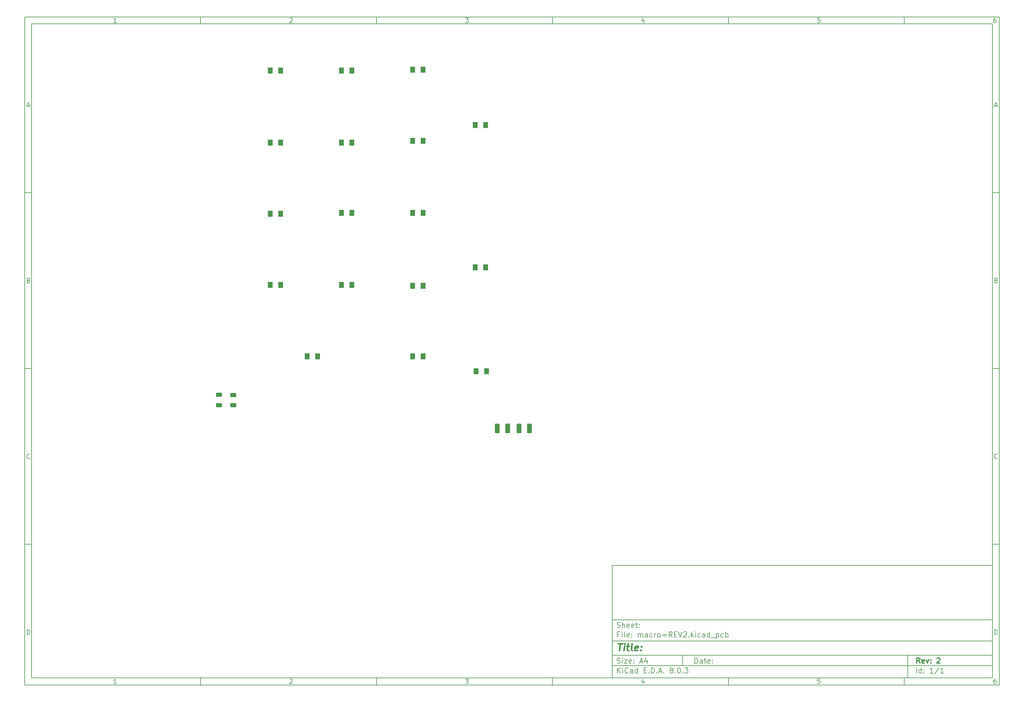
<source format=gbr>
%TF.GenerationSoftware,KiCad,Pcbnew,8.0.3*%
%TF.CreationDate,2024-06-20T00:33:24+02:00*%
%TF.ProjectId,macro=REV2,6d616372-6f3d-4524-9556-322e6b696361,2*%
%TF.SameCoordinates,Original*%
%TF.FileFunction,Paste,Top*%
%TF.FilePolarity,Positive*%
%FSLAX46Y46*%
G04 Gerber Fmt 4.6, Leading zero omitted, Abs format (unit mm)*
G04 Created by KiCad (PCBNEW 8.0.3) date 2024-06-20 00:33:24*
%MOMM*%
%LPD*%
G01*
G04 APERTURE LIST*
G04 Aperture macros list*
%AMRoundRect*
0 Rectangle with rounded corners*
0 $1 Rounding radius*
0 $2 $3 $4 $5 $6 $7 $8 $9 X,Y pos of 4 corners*
0 Add a 4 corners polygon primitive as box body*
4,1,4,$2,$3,$4,$5,$6,$7,$8,$9,$2,$3,0*
0 Add four circle primitives for the rounded corners*
1,1,$1+$1,$2,$3*
1,1,$1+$1,$4,$5*
1,1,$1+$1,$6,$7*
1,1,$1+$1,$8,$9*
0 Add four rect primitives between the rounded corners*
20,1,$1+$1,$2,$3,$4,$5,0*
20,1,$1+$1,$4,$5,$6,$7,0*
20,1,$1+$1,$6,$7,$8,$9,0*
20,1,$1+$1,$8,$9,$2,$3,0*%
G04 Aperture macros list end*
%ADD10C,0.100000*%
%ADD11C,0.150000*%
%ADD12C,0.300000*%
%ADD13C,0.400000*%
%ADD14RoundRect,0.250001X0.462499X0.624999X-0.462499X0.624999X-0.462499X-0.624999X0.462499X-0.624999X0*%
%ADD15RoundRect,0.250000X0.625000X-0.312500X0.625000X0.312500X-0.625000X0.312500X-0.625000X-0.312500X0*%
%ADD16RoundRect,0.250001X0.462499X1.074999X-0.462499X1.074999X-0.462499X-1.074999X0.462499X-1.074999X0*%
G04 APERTURE END LIST*
D10*
D11*
X177002200Y-166007200D02*
X285002200Y-166007200D01*
X285002200Y-198007200D01*
X177002200Y-198007200D01*
X177002200Y-166007200D01*
D10*
D11*
X10000000Y-10000000D02*
X287002200Y-10000000D01*
X287002200Y-200007200D01*
X10000000Y-200007200D01*
X10000000Y-10000000D01*
D10*
D11*
X12000000Y-12000000D02*
X285002200Y-12000000D01*
X285002200Y-198007200D01*
X12000000Y-198007200D01*
X12000000Y-12000000D01*
D10*
D11*
X60000000Y-12000000D02*
X60000000Y-10000000D01*
D10*
D11*
X110000000Y-12000000D02*
X110000000Y-10000000D01*
D10*
D11*
X160000000Y-12000000D02*
X160000000Y-10000000D01*
D10*
D11*
X210000000Y-12000000D02*
X210000000Y-10000000D01*
D10*
D11*
X260000000Y-12000000D02*
X260000000Y-10000000D01*
D10*
D11*
X36089160Y-11593604D02*
X35346303Y-11593604D01*
X35717731Y-11593604D02*
X35717731Y-10293604D01*
X35717731Y-10293604D02*
X35593922Y-10479319D01*
X35593922Y-10479319D02*
X35470112Y-10603128D01*
X35470112Y-10603128D02*
X35346303Y-10665033D01*
D10*
D11*
X85346303Y-10417414D02*
X85408207Y-10355509D01*
X85408207Y-10355509D02*
X85532017Y-10293604D01*
X85532017Y-10293604D02*
X85841541Y-10293604D01*
X85841541Y-10293604D02*
X85965350Y-10355509D01*
X85965350Y-10355509D02*
X86027255Y-10417414D01*
X86027255Y-10417414D02*
X86089160Y-10541223D01*
X86089160Y-10541223D02*
X86089160Y-10665033D01*
X86089160Y-10665033D02*
X86027255Y-10850747D01*
X86027255Y-10850747D02*
X85284398Y-11593604D01*
X85284398Y-11593604D02*
X86089160Y-11593604D01*
D10*
D11*
X135284398Y-10293604D02*
X136089160Y-10293604D01*
X136089160Y-10293604D02*
X135655826Y-10788842D01*
X135655826Y-10788842D02*
X135841541Y-10788842D01*
X135841541Y-10788842D02*
X135965350Y-10850747D01*
X135965350Y-10850747D02*
X136027255Y-10912652D01*
X136027255Y-10912652D02*
X136089160Y-11036461D01*
X136089160Y-11036461D02*
X136089160Y-11345985D01*
X136089160Y-11345985D02*
X136027255Y-11469795D01*
X136027255Y-11469795D02*
X135965350Y-11531700D01*
X135965350Y-11531700D02*
X135841541Y-11593604D01*
X135841541Y-11593604D02*
X135470112Y-11593604D01*
X135470112Y-11593604D02*
X135346303Y-11531700D01*
X135346303Y-11531700D02*
X135284398Y-11469795D01*
D10*
D11*
X185965350Y-10726938D02*
X185965350Y-11593604D01*
X185655826Y-10231700D02*
X185346303Y-11160271D01*
X185346303Y-11160271D02*
X186151064Y-11160271D01*
D10*
D11*
X236027255Y-10293604D02*
X235408207Y-10293604D01*
X235408207Y-10293604D02*
X235346303Y-10912652D01*
X235346303Y-10912652D02*
X235408207Y-10850747D01*
X235408207Y-10850747D02*
X235532017Y-10788842D01*
X235532017Y-10788842D02*
X235841541Y-10788842D01*
X235841541Y-10788842D02*
X235965350Y-10850747D01*
X235965350Y-10850747D02*
X236027255Y-10912652D01*
X236027255Y-10912652D02*
X236089160Y-11036461D01*
X236089160Y-11036461D02*
X236089160Y-11345985D01*
X236089160Y-11345985D02*
X236027255Y-11469795D01*
X236027255Y-11469795D02*
X235965350Y-11531700D01*
X235965350Y-11531700D02*
X235841541Y-11593604D01*
X235841541Y-11593604D02*
X235532017Y-11593604D01*
X235532017Y-11593604D02*
X235408207Y-11531700D01*
X235408207Y-11531700D02*
X235346303Y-11469795D01*
D10*
D11*
X285965350Y-10293604D02*
X285717731Y-10293604D01*
X285717731Y-10293604D02*
X285593922Y-10355509D01*
X285593922Y-10355509D02*
X285532017Y-10417414D01*
X285532017Y-10417414D02*
X285408207Y-10603128D01*
X285408207Y-10603128D02*
X285346303Y-10850747D01*
X285346303Y-10850747D02*
X285346303Y-11345985D01*
X285346303Y-11345985D02*
X285408207Y-11469795D01*
X285408207Y-11469795D02*
X285470112Y-11531700D01*
X285470112Y-11531700D02*
X285593922Y-11593604D01*
X285593922Y-11593604D02*
X285841541Y-11593604D01*
X285841541Y-11593604D02*
X285965350Y-11531700D01*
X285965350Y-11531700D02*
X286027255Y-11469795D01*
X286027255Y-11469795D02*
X286089160Y-11345985D01*
X286089160Y-11345985D02*
X286089160Y-11036461D01*
X286089160Y-11036461D02*
X286027255Y-10912652D01*
X286027255Y-10912652D02*
X285965350Y-10850747D01*
X285965350Y-10850747D02*
X285841541Y-10788842D01*
X285841541Y-10788842D02*
X285593922Y-10788842D01*
X285593922Y-10788842D02*
X285470112Y-10850747D01*
X285470112Y-10850747D02*
X285408207Y-10912652D01*
X285408207Y-10912652D02*
X285346303Y-11036461D01*
D10*
D11*
X60000000Y-198007200D02*
X60000000Y-200007200D01*
D10*
D11*
X110000000Y-198007200D02*
X110000000Y-200007200D01*
D10*
D11*
X160000000Y-198007200D02*
X160000000Y-200007200D01*
D10*
D11*
X210000000Y-198007200D02*
X210000000Y-200007200D01*
D10*
D11*
X260000000Y-198007200D02*
X260000000Y-200007200D01*
D10*
D11*
X36089160Y-199600804D02*
X35346303Y-199600804D01*
X35717731Y-199600804D02*
X35717731Y-198300804D01*
X35717731Y-198300804D02*
X35593922Y-198486519D01*
X35593922Y-198486519D02*
X35470112Y-198610328D01*
X35470112Y-198610328D02*
X35346303Y-198672233D01*
D10*
D11*
X85346303Y-198424614D02*
X85408207Y-198362709D01*
X85408207Y-198362709D02*
X85532017Y-198300804D01*
X85532017Y-198300804D02*
X85841541Y-198300804D01*
X85841541Y-198300804D02*
X85965350Y-198362709D01*
X85965350Y-198362709D02*
X86027255Y-198424614D01*
X86027255Y-198424614D02*
X86089160Y-198548423D01*
X86089160Y-198548423D02*
X86089160Y-198672233D01*
X86089160Y-198672233D02*
X86027255Y-198857947D01*
X86027255Y-198857947D02*
X85284398Y-199600804D01*
X85284398Y-199600804D02*
X86089160Y-199600804D01*
D10*
D11*
X135284398Y-198300804D02*
X136089160Y-198300804D01*
X136089160Y-198300804D02*
X135655826Y-198796042D01*
X135655826Y-198796042D02*
X135841541Y-198796042D01*
X135841541Y-198796042D02*
X135965350Y-198857947D01*
X135965350Y-198857947D02*
X136027255Y-198919852D01*
X136027255Y-198919852D02*
X136089160Y-199043661D01*
X136089160Y-199043661D02*
X136089160Y-199353185D01*
X136089160Y-199353185D02*
X136027255Y-199476995D01*
X136027255Y-199476995D02*
X135965350Y-199538900D01*
X135965350Y-199538900D02*
X135841541Y-199600804D01*
X135841541Y-199600804D02*
X135470112Y-199600804D01*
X135470112Y-199600804D02*
X135346303Y-199538900D01*
X135346303Y-199538900D02*
X135284398Y-199476995D01*
D10*
D11*
X185965350Y-198734138D02*
X185965350Y-199600804D01*
X185655826Y-198238900D02*
X185346303Y-199167471D01*
X185346303Y-199167471D02*
X186151064Y-199167471D01*
D10*
D11*
X236027255Y-198300804D02*
X235408207Y-198300804D01*
X235408207Y-198300804D02*
X235346303Y-198919852D01*
X235346303Y-198919852D02*
X235408207Y-198857947D01*
X235408207Y-198857947D02*
X235532017Y-198796042D01*
X235532017Y-198796042D02*
X235841541Y-198796042D01*
X235841541Y-198796042D02*
X235965350Y-198857947D01*
X235965350Y-198857947D02*
X236027255Y-198919852D01*
X236027255Y-198919852D02*
X236089160Y-199043661D01*
X236089160Y-199043661D02*
X236089160Y-199353185D01*
X236089160Y-199353185D02*
X236027255Y-199476995D01*
X236027255Y-199476995D02*
X235965350Y-199538900D01*
X235965350Y-199538900D02*
X235841541Y-199600804D01*
X235841541Y-199600804D02*
X235532017Y-199600804D01*
X235532017Y-199600804D02*
X235408207Y-199538900D01*
X235408207Y-199538900D02*
X235346303Y-199476995D01*
D10*
D11*
X285965350Y-198300804D02*
X285717731Y-198300804D01*
X285717731Y-198300804D02*
X285593922Y-198362709D01*
X285593922Y-198362709D02*
X285532017Y-198424614D01*
X285532017Y-198424614D02*
X285408207Y-198610328D01*
X285408207Y-198610328D02*
X285346303Y-198857947D01*
X285346303Y-198857947D02*
X285346303Y-199353185D01*
X285346303Y-199353185D02*
X285408207Y-199476995D01*
X285408207Y-199476995D02*
X285470112Y-199538900D01*
X285470112Y-199538900D02*
X285593922Y-199600804D01*
X285593922Y-199600804D02*
X285841541Y-199600804D01*
X285841541Y-199600804D02*
X285965350Y-199538900D01*
X285965350Y-199538900D02*
X286027255Y-199476995D01*
X286027255Y-199476995D02*
X286089160Y-199353185D01*
X286089160Y-199353185D02*
X286089160Y-199043661D01*
X286089160Y-199043661D02*
X286027255Y-198919852D01*
X286027255Y-198919852D02*
X285965350Y-198857947D01*
X285965350Y-198857947D02*
X285841541Y-198796042D01*
X285841541Y-198796042D02*
X285593922Y-198796042D01*
X285593922Y-198796042D02*
X285470112Y-198857947D01*
X285470112Y-198857947D02*
X285408207Y-198919852D01*
X285408207Y-198919852D02*
X285346303Y-199043661D01*
D10*
D11*
X10000000Y-60000000D02*
X12000000Y-60000000D01*
D10*
D11*
X10000000Y-110000000D02*
X12000000Y-110000000D01*
D10*
D11*
X10000000Y-160000000D02*
X12000000Y-160000000D01*
D10*
D11*
X10690476Y-35222176D02*
X11309523Y-35222176D01*
X10566666Y-35593604D02*
X10999999Y-34293604D01*
X10999999Y-34293604D02*
X11433333Y-35593604D01*
D10*
D11*
X11092857Y-84912652D02*
X11278571Y-84974557D01*
X11278571Y-84974557D02*
X11340476Y-85036461D01*
X11340476Y-85036461D02*
X11402380Y-85160271D01*
X11402380Y-85160271D02*
X11402380Y-85345985D01*
X11402380Y-85345985D02*
X11340476Y-85469795D01*
X11340476Y-85469795D02*
X11278571Y-85531700D01*
X11278571Y-85531700D02*
X11154761Y-85593604D01*
X11154761Y-85593604D02*
X10659523Y-85593604D01*
X10659523Y-85593604D02*
X10659523Y-84293604D01*
X10659523Y-84293604D02*
X11092857Y-84293604D01*
X11092857Y-84293604D02*
X11216666Y-84355509D01*
X11216666Y-84355509D02*
X11278571Y-84417414D01*
X11278571Y-84417414D02*
X11340476Y-84541223D01*
X11340476Y-84541223D02*
X11340476Y-84665033D01*
X11340476Y-84665033D02*
X11278571Y-84788842D01*
X11278571Y-84788842D02*
X11216666Y-84850747D01*
X11216666Y-84850747D02*
X11092857Y-84912652D01*
X11092857Y-84912652D02*
X10659523Y-84912652D01*
D10*
D11*
X11402380Y-135469795D02*
X11340476Y-135531700D01*
X11340476Y-135531700D02*
X11154761Y-135593604D01*
X11154761Y-135593604D02*
X11030952Y-135593604D01*
X11030952Y-135593604D02*
X10845238Y-135531700D01*
X10845238Y-135531700D02*
X10721428Y-135407890D01*
X10721428Y-135407890D02*
X10659523Y-135284080D01*
X10659523Y-135284080D02*
X10597619Y-135036461D01*
X10597619Y-135036461D02*
X10597619Y-134850747D01*
X10597619Y-134850747D02*
X10659523Y-134603128D01*
X10659523Y-134603128D02*
X10721428Y-134479319D01*
X10721428Y-134479319D02*
X10845238Y-134355509D01*
X10845238Y-134355509D02*
X11030952Y-134293604D01*
X11030952Y-134293604D02*
X11154761Y-134293604D01*
X11154761Y-134293604D02*
X11340476Y-134355509D01*
X11340476Y-134355509D02*
X11402380Y-134417414D01*
D10*
D11*
X10659523Y-185593604D02*
X10659523Y-184293604D01*
X10659523Y-184293604D02*
X10969047Y-184293604D01*
X10969047Y-184293604D02*
X11154761Y-184355509D01*
X11154761Y-184355509D02*
X11278571Y-184479319D01*
X11278571Y-184479319D02*
X11340476Y-184603128D01*
X11340476Y-184603128D02*
X11402380Y-184850747D01*
X11402380Y-184850747D02*
X11402380Y-185036461D01*
X11402380Y-185036461D02*
X11340476Y-185284080D01*
X11340476Y-185284080D02*
X11278571Y-185407890D01*
X11278571Y-185407890D02*
X11154761Y-185531700D01*
X11154761Y-185531700D02*
X10969047Y-185593604D01*
X10969047Y-185593604D02*
X10659523Y-185593604D01*
D10*
D11*
X287002200Y-60000000D02*
X285002200Y-60000000D01*
D10*
D11*
X287002200Y-110000000D02*
X285002200Y-110000000D01*
D10*
D11*
X287002200Y-160000000D02*
X285002200Y-160000000D01*
D10*
D11*
X285692676Y-35222176D02*
X286311723Y-35222176D01*
X285568866Y-35593604D02*
X286002199Y-34293604D01*
X286002199Y-34293604D02*
X286435533Y-35593604D01*
D10*
D11*
X286095057Y-84912652D02*
X286280771Y-84974557D01*
X286280771Y-84974557D02*
X286342676Y-85036461D01*
X286342676Y-85036461D02*
X286404580Y-85160271D01*
X286404580Y-85160271D02*
X286404580Y-85345985D01*
X286404580Y-85345985D02*
X286342676Y-85469795D01*
X286342676Y-85469795D02*
X286280771Y-85531700D01*
X286280771Y-85531700D02*
X286156961Y-85593604D01*
X286156961Y-85593604D02*
X285661723Y-85593604D01*
X285661723Y-85593604D02*
X285661723Y-84293604D01*
X285661723Y-84293604D02*
X286095057Y-84293604D01*
X286095057Y-84293604D02*
X286218866Y-84355509D01*
X286218866Y-84355509D02*
X286280771Y-84417414D01*
X286280771Y-84417414D02*
X286342676Y-84541223D01*
X286342676Y-84541223D02*
X286342676Y-84665033D01*
X286342676Y-84665033D02*
X286280771Y-84788842D01*
X286280771Y-84788842D02*
X286218866Y-84850747D01*
X286218866Y-84850747D02*
X286095057Y-84912652D01*
X286095057Y-84912652D02*
X285661723Y-84912652D01*
D10*
D11*
X286404580Y-135469795D02*
X286342676Y-135531700D01*
X286342676Y-135531700D02*
X286156961Y-135593604D01*
X286156961Y-135593604D02*
X286033152Y-135593604D01*
X286033152Y-135593604D02*
X285847438Y-135531700D01*
X285847438Y-135531700D02*
X285723628Y-135407890D01*
X285723628Y-135407890D02*
X285661723Y-135284080D01*
X285661723Y-135284080D02*
X285599819Y-135036461D01*
X285599819Y-135036461D02*
X285599819Y-134850747D01*
X285599819Y-134850747D02*
X285661723Y-134603128D01*
X285661723Y-134603128D02*
X285723628Y-134479319D01*
X285723628Y-134479319D02*
X285847438Y-134355509D01*
X285847438Y-134355509D02*
X286033152Y-134293604D01*
X286033152Y-134293604D02*
X286156961Y-134293604D01*
X286156961Y-134293604D02*
X286342676Y-134355509D01*
X286342676Y-134355509D02*
X286404580Y-134417414D01*
D10*
D11*
X285661723Y-185593604D02*
X285661723Y-184293604D01*
X285661723Y-184293604D02*
X285971247Y-184293604D01*
X285971247Y-184293604D02*
X286156961Y-184355509D01*
X286156961Y-184355509D02*
X286280771Y-184479319D01*
X286280771Y-184479319D02*
X286342676Y-184603128D01*
X286342676Y-184603128D02*
X286404580Y-184850747D01*
X286404580Y-184850747D02*
X286404580Y-185036461D01*
X286404580Y-185036461D02*
X286342676Y-185284080D01*
X286342676Y-185284080D02*
X286280771Y-185407890D01*
X286280771Y-185407890D02*
X286156961Y-185531700D01*
X286156961Y-185531700D02*
X285971247Y-185593604D01*
X285971247Y-185593604D02*
X285661723Y-185593604D01*
D10*
D11*
X200458026Y-193793328D02*
X200458026Y-192293328D01*
X200458026Y-192293328D02*
X200815169Y-192293328D01*
X200815169Y-192293328D02*
X201029455Y-192364757D01*
X201029455Y-192364757D02*
X201172312Y-192507614D01*
X201172312Y-192507614D02*
X201243741Y-192650471D01*
X201243741Y-192650471D02*
X201315169Y-192936185D01*
X201315169Y-192936185D02*
X201315169Y-193150471D01*
X201315169Y-193150471D02*
X201243741Y-193436185D01*
X201243741Y-193436185D02*
X201172312Y-193579042D01*
X201172312Y-193579042D02*
X201029455Y-193721900D01*
X201029455Y-193721900D02*
X200815169Y-193793328D01*
X200815169Y-193793328D02*
X200458026Y-193793328D01*
X202600884Y-193793328D02*
X202600884Y-193007614D01*
X202600884Y-193007614D02*
X202529455Y-192864757D01*
X202529455Y-192864757D02*
X202386598Y-192793328D01*
X202386598Y-192793328D02*
X202100884Y-192793328D01*
X202100884Y-192793328D02*
X201958026Y-192864757D01*
X202600884Y-193721900D02*
X202458026Y-193793328D01*
X202458026Y-193793328D02*
X202100884Y-193793328D01*
X202100884Y-193793328D02*
X201958026Y-193721900D01*
X201958026Y-193721900D02*
X201886598Y-193579042D01*
X201886598Y-193579042D02*
X201886598Y-193436185D01*
X201886598Y-193436185D02*
X201958026Y-193293328D01*
X201958026Y-193293328D02*
X202100884Y-193221900D01*
X202100884Y-193221900D02*
X202458026Y-193221900D01*
X202458026Y-193221900D02*
X202600884Y-193150471D01*
X203100884Y-192793328D02*
X203672312Y-192793328D01*
X203315169Y-192293328D02*
X203315169Y-193579042D01*
X203315169Y-193579042D02*
X203386598Y-193721900D01*
X203386598Y-193721900D02*
X203529455Y-193793328D01*
X203529455Y-193793328D02*
X203672312Y-193793328D01*
X204743741Y-193721900D02*
X204600884Y-193793328D01*
X204600884Y-193793328D02*
X204315170Y-193793328D01*
X204315170Y-193793328D02*
X204172312Y-193721900D01*
X204172312Y-193721900D02*
X204100884Y-193579042D01*
X204100884Y-193579042D02*
X204100884Y-193007614D01*
X204100884Y-193007614D02*
X204172312Y-192864757D01*
X204172312Y-192864757D02*
X204315170Y-192793328D01*
X204315170Y-192793328D02*
X204600884Y-192793328D01*
X204600884Y-192793328D02*
X204743741Y-192864757D01*
X204743741Y-192864757D02*
X204815170Y-193007614D01*
X204815170Y-193007614D02*
X204815170Y-193150471D01*
X204815170Y-193150471D02*
X204100884Y-193293328D01*
X205458026Y-193650471D02*
X205529455Y-193721900D01*
X205529455Y-193721900D02*
X205458026Y-193793328D01*
X205458026Y-193793328D02*
X205386598Y-193721900D01*
X205386598Y-193721900D02*
X205458026Y-193650471D01*
X205458026Y-193650471D02*
X205458026Y-193793328D01*
X205458026Y-192864757D02*
X205529455Y-192936185D01*
X205529455Y-192936185D02*
X205458026Y-193007614D01*
X205458026Y-193007614D02*
X205386598Y-192936185D01*
X205386598Y-192936185D02*
X205458026Y-192864757D01*
X205458026Y-192864757D02*
X205458026Y-193007614D01*
D10*
D11*
X177002200Y-194507200D02*
X285002200Y-194507200D01*
D10*
D11*
X178458026Y-196593328D02*
X178458026Y-195093328D01*
X179315169Y-196593328D02*
X178672312Y-195736185D01*
X179315169Y-195093328D02*
X178458026Y-195950471D01*
X179958026Y-196593328D02*
X179958026Y-195593328D01*
X179958026Y-195093328D02*
X179886598Y-195164757D01*
X179886598Y-195164757D02*
X179958026Y-195236185D01*
X179958026Y-195236185D02*
X180029455Y-195164757D01*
X180029455Y-195164757D02*
X179958026Y-195093328D01*
X179958026Y-195093328D02*
X179958026Y-195236185D01*
X181529455Y-196450471D02*
X181458027Y-196521900D01*
X181458027Y-196521900D02*
X181243741Y-196593328D01*
X181243741Y-196593328D02*
X181100884Y-196593328D01*
X181100884Y-196593328D02*
X180886598Y-196521900D01*
X180886598Y-196521900D02*
X180743741Y-196379042D01*
X180743741Y-196379042D02*
X180672312Y-196236185D01*
X180672312Y-196236185D02*
X180600884Y-195950471D01*
X180600884Y-195950471D02*
X180600884Y-195736185D01*
X180600884Y-195736185D02*
X180672312Y-195450471D01*
X180672312Y-195450471D02*
X180743741Y-195307614D01*
X180743741Y-195307614D02*
X180886598Y-195164757D01*
X180886598Y-195164757D02*
X181100884Y-195093328D01*
X181100884Y-195093328D02*
X181243741Y-195093328D01*
X181243741Y-195093328D02*
X181458027Y-195164757D01*
X181458027Y-195164757D02*
X181529455Y-195236185D01*
X182815170Y-196593328D02*
X182815170Y-195807614D01*
X182815170Y-195807614D02*
X182743741Y-195664757D01*
X182743741Y-195664757D02*
X182600884Y-195593328D01*
X182600884Y-195593328D02*
X182315170Y-195593328D01*
X182315170Y-195593328D02*
X182172312Y-195664757D01*
X182815170Y-196521900D02*
X182672312Y-196593328D01*
X182672312Y-196593328D02*
X182315170Y-196593328D01*
X182315170Y-196593328D02*
X182172312Y-196521900D01*
X182172312Y-196521900D02*
X182100884Y-196379042D01*
X182100884Y-196379042D02*
X182100884Y-196236185D01*
X182100884Y-196236185D02*
X182172312Y-196093328D01*
X182172312Y-196093328D02*
X182315170Y-196021900D01*
X182315170Y-196021900D02*
X182672312Y-196021900D01*
X182672312Y-196021900D02*
X182815170Y-195950471D01*
X184172313Y-196593328D02*
X184172313Y-195093328D01*
X184172313Y-196521900D02*
X184029455Y-196593328D01*
X184029455Y-196593328D02*
X183743741Y-196593328D01*
X183743741Y-196593328D02*
X183600884Y-196521900D01*
X183600884Y-196521900D02*
X183529455Y-196450471D01*
X183529455Y-196450471D02*
X183458027Y-196307614D01*
X183458027Y-196307614D02*
X183458027Y-195879042D01*
X183458027Y-195879042D02*
X183529455Y-195736185D01*
X183529455Y-195736185D02*
X183600884Y-195664757D01*
X183600884Y-195664757D02*
X183743741Y-195593328D01*
X183743741Y-195593328D02*
X184029455Y-195593328D01*
X184029455Y-195593328D02*
X184172313Y-195664757D01*
X186029455Y-195807614D02*
X186529455Y-195807614D01*
X186743741Y-196593328D02*
X186029455Y-196593328D01*
X186029455Y-196593328D02*
X186029455Y-195093328D01*
X186029455Y-195093328D02*
X186743741Y-195093328D01*
X187386598Y-196450471D02*
X187458027Y-196521900D01*
X187458027Y-196521900D02*
X187386598Y-196593328D01*
X187386598Y-196593328D02*
X187315170Y-196521900D01*
X187315170Y-196521900D02*
X187386598Y-196450471D01*
X187386598Y-196450471D02*
X187386598Y-196593328D01*
X188100884Y-196593328D02*
X188100884Y-195093328D01*
X188100884Y-195093328D02*
X188458027Y-195093328D01*
X188458027Y-195093328D02*
X188672313Y-195164757D01*
X188672313Y-195164757D02*
X188815170Y-195307614D01*
X188815170Y-195307614D02*
X188886599Y-195450471D01*
X188886599Y-195450471D02*
X188958027Y-195736185D01*
X188958027Y-195736185D02*
X188958027Y-195950471D01*
X188958027Y-195950471D02*
X188886599Y-196236185D01*
X188886599Y-196236185D02*
X188815170Y-196379042D01*
X188815170Y-196379042D02*
X188672313Y-196521900D01*
X188672313Y-196521900D02*
X188458027Y-196593328D01*
X188458027Y-196593328D02*
X188100884Y-196593328D01*
X189600884Y-196450471D02*
X189672313Y-196521900D01*
X189672313Y-196521900D02*
X189600884Y-196593328D01*
X189600884Y-196593328D02*
X189529456Y-196521900D01*
X189529456Y-196521900D02*
X189600884Y-196450471D01*
X189600884Y-196450471D02*
X189600884Y-196593328D01*
X190243742Y-196164757D02*
X190958028Y-196164757D01*
X190100885Y-196593328D02*
X190600885Y-195093328D01*
X190600885Y-195093328D02*
X191100885Y-196593328D01*
X191600884Y-196450471D02*
X191672313Y-196521900D01*
X191672313Y-196521900D02*
X191600884Y-196593328D01*
X191600884Y-196593328D02*
X191529456Y-196521900D01*
X191529456Y-196521900D02*
X191600884Y-196450471D01*
X191600884Y-196450471D02*
X191600884Y-196593328D01*
X193672313Y-195736185D02*
X193529456Y-195664757D01*
X193529456Y-195664757D02*
X193458027Y-195593328D01*
X193458027Y-195593328D02*
X193386599Y-195450471D01*
X193386599Y-195450471D02*
X193386599Y-195379042D01*
X193386599Y-195379042D02*
X193458027Y-195236185D01*
X193458027Y-195236185D02*
X193529456Y-195164757D01*
X193529456Y-195164757D02*
X193672313Y-195093328D01*
X193672313Y-195093328D02*
X193958027Y-195093328D01*
X193958027Y-195093328D02*
X194100885Y-195164757D01*
X194100885Y-195164757D02*
X194172313Y-195236185D01*
X194172313Y-195236185D02*
X194243742Y-195379042D01*
X194243742Y-195379042D02*
X194243742Y-195450471D01*
X194243742Y-195450471D02*
X194172313Y-195593328D01*
X194172313Y-195593328D02*
X194100885Y-195664757D01*
X194100885Y-195664757D02*
X193958027Y-195736185D01*
X193958027Y-195736185D02*
X193672313Y-195736185D01*
X193672313Y-195736185D02*
X193529456Y-195807614D01*
X193529456Y-195807614D02*
X193458027Y-195879042D01*
X193458027Y-195879042D02*
X193386599Y-196021900D01*
X193386599Y-196021900D02*
X193386599Y-196307614D01*
X193386599Y-196307614D02*
X193458027Y-196450471D01*
X193458027Y-196450471D02*
X193529456Y-196521900D01*
X193529456Y-196521900D02*
X193672313Y-196593328D01*
X193672313Y-196593328D02*
X193958027Y-196593328D01*
X193958027Y-196593328D02*
X194100885Y-196521900D01*
X194100885Y-196521900D02*
X194172313Y-196450471D01*
X194172313Y-196450471D02*
X194243742Y-196307614D01*
X194243742Y-196307614D02*
X194243742Y-196021900D01*
X194243742Y-196021900D02*
X194172313Y-195879042D01*
X194172313Y-195879042D02*
X194100885Y-195807614D01*
X194100885Y-195807614D02*
X193958027Y-195736185D01*
X194886598Y-196450471D02*
X194958027Y-196521900D01*
X194958027Y-196521900D02*
X194886598Y-196593328D01*
X194886598Y-196593328D02*
X194815170Y-196521900D01*
X194815170Y-196521900D02*
X194886598Y-196450471D01*
X194886598Y-196450471D02*
X194886598Y-196593328D01*
X195886599Y-195093328D02*
X196029456Y-195093328D01*
X196029456Y-195093328D02*
X196172313Y-195164757D01*
X196172313Y-195164757D02*
X196243742Y-195236185D01*
X196243742Y-195236185D02*
X196315170Y-195379042D01*
X196315170Y-195379042D02*
X196386599Y-195664757D01*
X196386599Y-195664757D02*
X196386599Y-196021900D01*
X196386599Y-196021900D02*
X196315170Y-196307614D01*
X196315170Y-196307614D02*
X196243742Y-196450471D01*
X196243742Y-196450471D02*
X196172313Y-196521900D01*
X196172313Y-196521900D02*
X196029456Y-196593328D01*
X196029456Y-196593328D02*
X195886599Y-196593328D01*
X195886599Y-196593328D02*
X195743742Y-196521900D01*
X195743742Y-196521900D02*
X195672313Y-196450471D01*
X195672313Y-196450471D02*
X195600884Y-196307614D01*
X195600884Y-196307614D02*
X195529456Y-196021900D01*
X195529456Y-196021900D02*
X195529456Y-195664757D01*
X195529456Y-195664757D02*
X195600884Y-195379042D01*
X195600884Y-195379042D02*
X195672313Y-195236185D01*
X195672313Y-195236185D02*
X195743742Y-195164757D01*
X195743742Y-195164757D02*
X195886599Y-195093328D01*
X197029455Y-196450471D02*
X197100884Y-196521900D01*
X197100884Y-196521900D02*
X197029455Y-196593328D01*
X197029455Y-196593328D02*
X196958027Y-196521900D01*
X196958027Y-196521900D02*
X197029455Y-196450471D01*
X197029455Y-196450471D02*
X197029455Y-196593328D01*
X197600884Y-195093328D02*
X198529456Y-195093328D01*
X198529456Y-195093328D02*
X198029456Y-195664757D01*
X198029456Y-195664757D02*
X198243741Y-195664757D01*
X198243741Y-195664757D02*
X198386599Y-195736185D01*
X198386599Y-195736185D02*
X198458027Y-195807614D01*
X198458027Y-195807614D02*
X198529456Y-195950471D01*
X198529456Y-195950471D02*
X198529456Y-196307614D01*
X198529456Y-196307614D02*
X198458027Y-196450471D01*
X198458027Y-196450471D02*
X198386599Y-196521900D01*
X198386599Y-196521900D02*
X198243741Y-196593328D01*
X198243741Y-196593328D02*
X197815170Y-196593328D01*
X197815170Y-196593328D02*
X197672313Y-196521900D01*
X197672313Y-196521900D02*
X197600884Y-196450471D01*
D10*
D11*
X177002200Y-191507200D02*
X285002200Y-191507200D01*
D10*
D12*
X264413853Y-193785528D02*
X263913853Y-193071242D01*
X263556710Y-193785528D02*
X263556710Y-192285528D01*
X263556710Y-192285528D02*
X264128139Y-192285528D01*
X264128139Y-192285528D02*
X264270996Y-192356957D01*
X264270996Y-192356957D02*
X264342425Y-192428385D01*
X264342425Y-192428385D02*
X264413853Y-192571242D01*
X264413853Y-192571242D02*
X264413853Y-192785528D01*
X264413853Y-192785528D02*
X264342425Y-192928385D01*
X264342425Y-192928385D02*
X264270996Y-192999814D01*
X264270996Y-192999814D02*
X264128139Y-193071242D01*
X264128139Y-193071242D02*
X263556710Y-193071242D01*
X265628139Y-193714100D02*
X265485282Y-193785528D01*
X265485282Y-193785528D02*
X265199568Y-193785528D01*
X265199568Y-193785528D02*
X265056710Y-193714100D01*
X265056710Y-193714100D02*
X264985282Y-193571242D01*
X264985282Y-193571242D02*
X264985282Y-192999814D01*
X264985282Y-192999814D02*
X265056710Y-192856957D01*
X265056710Y-192856957D02*
X265199568Y-192785528D01*
X265199568Y-192785528D02*
X265485282Y-192785528D01*
X265485282Y-192785528D02*
X265628139Y-192856957D01*
X265628139Y-192856957D02*
X265699568Y-192999814D01*
X265699568Y-192999814D02*
X265699568Y-193142671D01*
X265699568Y-193142671D02*
X264985282Y-193285528D01*
X266199567Y-192785528D02*
X266556710Y-193785528D01*
X266556710Y-193785528D02*
X266913853Y-192785528D01*
X267485281Y-193642671D02*
X267556710Y-193714100D01*
X267556710Y-193714100D02*
X267485281Y-193785528D01*
X267485281Y-193785528D02*
X267413853Y-193714100D01*
X267413853Y-193714100D02*
X267485281Y-193642671D01*
X267485281Y-193642671D02*
X267485281Y-193785528D01*
X267485281Y-192856957D02*
X267556710Y-192928385D01*
X267556710Y-192928385D02*
X267485281Y-192999814D01*
X267485281Y-192999814D02*
X267413853Y-192928385D01*
X267413853Y-192928385D02*
X267485281Y-192856957D01*
X267485281Y-192856957D02*
X267485281Y-192999814D01*
X269270996Y-192428385D02*
X269342424Y-192356957D01*
X269342424Y-192356957D02*
X269485282Y-192285528D01*
X269485282Y-192285528D02*
X269842424Y-192285528D01*
X269842424Y-192285528D02*
X269985282Y-192356957D01*
X269985282Y-192356957D02*
X270056710Y-192428385D01*
X270056710Y-192428385D02*
X270128139Y-192571242D01*
X270128139Y-192571242D02*
X270128139Y-192714100D01*
X270128139Y-192714100D02*
X270056710Y-192928385D01*
X270056710Y-192928385D02*
X269199567Y-193785528D01*
X269199567Y-193785528D02*
X270128139Y-193785528D01*
D10*
D11*
X178386598Y-193721900D02*
X178600884Y-193793328D01*
X178600884Y-193793328D02*
X178958026Y-193793328D01*
X178958026Y-193793328D02*
X179100884Y-193721900D01*
X179100884Y-193721900D02*
X179172312Y-193650471D01*
X179172312Y-193650471D02*
X179243741Y-193507614D01*
X179243741Y-193507614D02*
X179243741Y-193364757D01*
X179243741Y-193364757D02*
X179172312Y-193221900D01*
X179172312Y-193221900D02*
X179100884Y-193150471D01*
X179100884Y-193150471D02*
X178958026Y-193079042D01*
X178958026Y-193079042D02*
X178672312Y-193007614D01*
X178672312Y-193007614D02*
X178529455Y-192936185D01*
X178529455Y-192936185D02*
X178458026Y-192864757D01*
X178458026Y-192864757D02*
X178386598Y-192721900D01*
X178386598Y-192721900D02*
X178386598Y-192579042D01*
X178386598Y-192579042D02*
X178458026Y-192436185D01*
X178458026Y-192436185D02*
X178529455Y-192364757D01*
X178529455Y-192364757D02*
X178672312Y-192293328D01*
X178672312Y-192293328D02*
X179029455Y-192293328D01*
X179029455Y-192293328D02*
X179243741Y-192364757D01*
X179886597Y-193793328D02*
X179886597Y-192793328D01*
X179886597Y-192293328D02*
X179815169Y-192364757D01*
X179815169Y-192364757D02*
X179886597Y-192436185D01*
X179886597Y-192436185D02*
X179958026Y-192364757D01*
X179958026Y-192364757D02*
X179886597Y-192293328D01*
X179886597Y-192293328D02*
X179886597Y-192436185D01*
X180458026Y-192793328D02*
X181243741Y-192793328D01*
X181243741Y-192793328D02*
X180458026Y-193793328D01*
X180458026Y-193793328D02*
X181243741Y-193793328D01*
X182386598Y-193721900D02*
X182243741Y-193793328D01*
X182243741Y-193793328D02*
X181958027Y-193793328D01*
X181958027Y-193793328D02*
X181815169Y-193721900D01*
X181815169Y-193721900D02*
X181743741Y-193579042D01*
X181743741Y-193579042D02*
X181743741Y-193007614D01*
X181743741Y-193007614D02*
X181815169Y-192864757D01*
X181815169Y-192864757D02*
X181958027Y-192793328D01*
X181958027Y-192793328D02*
X182243741Y-192793328D01*
X182243741Y-192793328D02*
X182386598Y-192864757D01*
X182386598Y-192864757D02*
X182458027Y-193007614D01*
X182458027Y-193007614D02*
X182458027Y-193150471D01*
X182458027Y-193150471D02*
X181743741Y-193293328D01*
X183100883Y-193650471D02*
X183172312Y-193721900D01*
X183172312Y-193721900D02*
X183100883Y-193793328D01*
X183100883Y-193793328D02*
X183029455Y-193721900D01*
X183029455Y-193721900D02*
X183100883Y-193650471D01*
X183100883Y-193650471D02*
X183100883Y-193793328D01*
X183100883Y-192864757D02*
X183172312Y-192936185D01*
X183172312Y-192936185D02*
X183100883Y-193007614D01*
X183100883Y-193007614D02*
X183029455Y-192936185D01*
X183029455Y-192936185D02*
X183100883Y-192864757D01*
X183100883Y-192864757D02*
X183100883Y-193007614D01*
X184886598Y-193364757D02*
X185600884Y-193364757D01*
X184743741Y-193793328D02*
X185243741Y-192293328D01*
X185243741Y-192293328D02*
X185743741Y-193793328D01*
X186886598Y-192793328D02*
X186886598Y-193793328D01*
X186529455Y-192221900D02*
X186172312Y-193293328D01*
X186172312Y-193293328D02*
X187100883Y-193293328D01*
D10*
D11*
X263458026Y-196593328D02*
X263458026Y-195093328D01*
X264815170Y-196593328D02*
X264815170Y-195093328D01*
X264815170Y-196521900D02*
X264672312Y-196593328D01*
X264672312Y-196593328D02*
X264386598Y-196593328D01*
X264386598Y-196593328D02*
X264243741Y-196521900D01*
X264243741Y-196521900D02*
X264172312Y-196450471D01*
X264172312Y-196450471D02*
X264100884Y-196307614D01*
X264100884Y-196307614D02*
X264100884Y-195879042D01*
X264100884Y-195879042D02*
X264172312Y-195736185D01*
X264172312Y-195736185D02*
X264243741Y-195664757D01*
X264243741Y-195664757D02*
X264386598Y-195593328D01*
X264386598Y-195593328D02*
X264672312Y-195593328D01*
X264672312Y-195593328D02*
X264815170Y-195664757D01*
X265529455Y-196450471D02*
X265600884Y-196521900D01*
X265600884Y-196521900D02*
X265529455Y-196593328D01*
X265529455Y-196593328D02*
X265458027Y-196521900D01*
X265458027Y-196521900D02*
X265529455Y-196450471D01*
X265529455Y-196450471D02*
X265529455Y-196593328D01*
X265529455Y-195664757D02*
X265600884Y-195736185D01*
X265600884Y-195736185D02*
X265529455Y-195807614D01*
X265529455Y-195807614D02*
X265458027Y-195736185D01*
X265458027Y-195736185D02*
X265529455Y-195664757D01*
X265529455Y-195664757D02*
X265529455Y-195807614D01*
X268172313Y-196593328D02*
X267315170Y-196593328D01*
X267743741Y-196593328D02*
X267743741Y-195093328D01*
X267743741Y-195093328D02*
X267600884Y-195307614D01*
X267600884Y-195307614D02*
X267458027Y-195450471D01*
X267458027Y-195450471D02*
X267315170Y-195521900D01*
X269886598Y-195021900D02*
X268600884Y-196950471D01*
X271172313Y-196593328D02*
X270315170Y-196593328D01*
X270743741Y-196593328D02*
X270743741Y-195093328D01*
X270743741Y-195093328D02*
X270600884Y-195307614D01*
X270600884Y-195307614D02*
X270458027Y-195450471D01*
X270458027Y-195450471D02*
X270315170Y-195521900D01*
D10*
D11*
X177002200Y-187507200D02*
X285002200Y-187507200D01*
D10*
D13*
X178693928Y-188211638D02*
X179836785Y-188211638D01*
X179015357Y-190211638D02*
X179265357Y-188211638D01*
X180253452Y-190211638D02*
X180420119Y-188878304D01*
X180503452Y-188211638D02*
X180396309Y-188306876D01*
X180396309Y-188306876D02*
X180479643Y-188402114D01*
X180479643Y-188402114D02*
X180586786Y-188306876D01*
X180586786Y-188306876D02*
X180503452Y-188211638D01*
X180503452Y-188211638D02*
X180479643Y-188402114D01*
X181086786Y-188878304D02*
X181848690Y-188878304D01*
X181455833Y-188211638D02*
X181241548Y-189925923D01*
X181241548Y-189925923D02*
X181312976Y-190116400D01*
X181312976Y-190116400D02*
X181491548Y-190211638D01*
X181491548Y-190211638D02*
X181682024Y-190211638D01*
X182634405Y-190211638D02*
X182455833Y-190116400D01*
X182455833Y-190116400D02*
X182384405Y-189925923D01*
X182384405Y-189925923D02*
X182598690Y-188211638D01*
X184170119Y-190116400D02*
X183967738Y-190211638D01*
X183967738Y-190211638D02*
X183586785Y-190211638D01*
X183586785Y-190211638D02*
X183408214Y-190116400D01*
X183408214Y-190116400D02*
X183336785Y-189925923D01*
X183336785Y-189925923D02*
X183432024Y-189164019D01*
X183432024Y-189164019D02*
X183551071Y-188973542D01*
X183551071Y-188973542D02*
X183753452Y-188878304D01*
X183753452Y-188878304D02*
X184134404Y-188878304D01*
X184134404Y-188878304D02*
X184312976Y-188973542D01*
X184312976Y-188973542D02*
X184384404Y-189164019D01*
X184384404Y-189164019D02*
X184360595Y-189354495D01*
X184360595Y-189354495D02*
X183384404Y-189544971D01*
X185134405Y-190021161D02*
X185217738Y-190116400D01*
X185217738Y-190116400D02*
X185110595Y-190211638D01*
X185110595Y-190211638D02*
X185027262Y-190116400D01*
X185027262Y-190116400D02*
X185134405Y-190021161D01*
X185134405Y-190021161D02*
X185110595Y-190211638D01*
X185265357Y-188973542D02*
X185348690Y-189068780D01*
X185348690Y-189068780D02*
X185241548Y-189164019D01*
X185241548Y-189164019D02*
X185158214Y-189068780D01*
X185158214Y-189068780D02*
X185265357Y-188973542D01*
X185265357Y-188973542D02*
X185241548Y-189164019D01*
D10*
D11*
X178958026Y-185607614D02*
X178458026Y-185607614D01*
X178458026Y-186393328D02*
X178458026Y-184893328D01*
X178458026Y-184893328D02*
X179172312Y-184893328D01*
X179743740Y-186393328D02*
X179743740Y-185393328D01*
X179743740Y-184893328D02*
X179672312Y-184964757D01*
X179672312Y-184964757D02*
X179743740Y-185036185D01*
X179743740Y-185036185D02*
X179815169Y-184964757D01*
X179815169Y-184964757D02*
X179743740Y-184893328D01*
X179743740Y-184893328D02*
X179743740Y-185036185D01*
X180672312Y-186393328D02*
X180529455Y-186321900D01*
X180529455Y-186321900D02*
X180458026Y-186179042D01*
X180458026Y-186179042D02*
X180458026Y-184893328D01*
X181815169Y-186321900D02*
X181672312Y-186393328D01*
X181672312Y-186393328D02*
X181386598Y-186393328D01*
X181386598Y-186393328D02*
X181243740Y-186321900D01*
X181243740Y-186321900D02*
X181172312Y-186179042D01*
X181172312Y-186179042D02*
X181172312Y-185607614D01*
X181172312Y-185607614D02*
X181243740Y-185464757D01*
X181243740Y-185464757D02*
X181386598Y-185393328D01*
X181386598Y-185393328D02*
X181672312Y-185393328D01*
X181672312Y-185393328D02*
X181815169Y-185464757D01*
X181815169Y-185464757D02*
X181886598Y-185607614D01*
X181886598Y-185607614D02*
X181886598Y-185750471D01*
X181886598Y-185750471D02*
X181172312Y-185893328D01*
X182529454Y-186250471D02*
X182600883Y-186321900D01*
X182600883Y-186321900D02*
X182529454Y-186393328D01*
X182529454Y-186393328D02*
X182458026Y-186321900D01*
X182458026Y-186321900D02*
X182529454Y-186250471D01*
X182529454Y-186250471D02*
X182529454Y-186393328D01*
X182529454Y-185464757D02*
X182600883Y-185536185D01*
X182600883Y-185536185D02*
X182529454Y-185607614D01*
X182529454Y-185607614D02*
X182458026Y-185536185D01*
X182458026Y-185536185D02*
X182529454Y-185464757D01*
X182529454Y-185464757D02*
X182529454Y-185607614D01*
X184386597Y-186393328D02*
X184386597Y-185393328D01*
X184386597Y-185536185D02*
X184458026Y-185464757D01*
X184458026Y-185464757D02*
X184600883Y-185393328D01*
X184600883Y-185393328D02*
X184815169Y-185393328D01*
X184815169Y-185393328D02*
X184958026Y-185464757D01*
X184958026Y-185464757D02*
X185029455Y-185607614D01*
X185029455Y-185607614D02*
X185029455Y-186393328D01*
X185029455Y-185607614D02*
X185100883Y-185464757D01*
X185100883Y-185464757D02*
X185243740Y-185393328D01*
X185243740Y-185393328D02*
X185458026Y-185393328D01*
X185458026Y-185393328D02*
X185600883Y-185464757D01*
X185600883Y-185464757D02*
X185672312Y-185607614D01*
X185672312Y-185607614D02*
X185672312Y-186393328D01*
X187029455Y-186393328D02*
X187029455Y-185607614D01*
X187029455Y-185607614D02*
X186958026Y-185464757D01*
X186958026Y-185464757D02*
X186815169Y-185393328D01*
X186815169Y-185393328D02*
X186529455Y-185393328D01*
X186529455Y-185393328D02*
X186386597Y-185464757D01*
X187029455Y-186321900D02*
X186886597Y-186393328D01*
X186886597Y-186393328D02*
X186529455Y-186393328D01*
X186529455Y-186393328D02*
X186386597Y-186321900D01*
X186386597Y-186321900D02*
X186315169Y-186179042D01*
X186315169Y-186179042D02*
X186315169Y-186036185D01*
X186315169Y-186036185D02*
X186386597Y-185893328D01*
X186386597Y-185893328D02*
X186529455Y-185821900D01*
X186529455Y-185821900D02*
X186886597Y-185821900D01*
X186886597Y-185821900D02*
X187029455Y-185750471D01*
X188386598Y-186321900D02*
X188243740Y-186393328D01*
X188243740Y-186393328D02*
X187958026Y-186393328D01*
X187958026Y-186393328D02*
X187815169Y-186321900D01*
X187815169Y-186321900D02*
X187743740Y-186250471D01*
X187743740Y-186250471D02*
X187672312Y-186107614D01*
X187672312Y-186107614D02*
X187672312Y-185679042D01*
X187672312Y-185679042D02*
X187743740Y-185536185D01*
X187743740Y-185536185D02*
X187815169Y-185464757D01*
X187815169Y-185464757D02*
X187958026Y-185393328D01*
X187958026Y-185393328D02*
X188243740Y-185393328D01*
X188243740Y-185393328D02*
X188386598Y-185464757D01*
X189029454Y-186393328D02*
X189029454Y-185393328D01*
X189029454Y-185679042D02*
X189100883Y-185536185D01*
X189100883Y-185536185D02*
X189172312Y-185464757D01*
X189172312Y-185464757D02*
X189315169Y-185393328D01*
X189315169Y-185393328D02*
X189458026Y-185393328D01*
X190172311Y-186393328D02*
X190029454Y-186321900D01*
X190029454Y-186321900D02*
X189958025Y-186250471D01*
X189958025Y-186250471D02*
X189886597Y-186107614D01*
X189886597Y-186107614D02*
X189886597Y-185679042D01*
X189886597Y-185679042D02*
X189958025Y-185536185D01*
X189958025Y-185536185D02*
X190029454Y-185464757D01*
X190029454Y-185464757D02*
X190172311Y-185393328D01*
X190172311Y-185393328D02*
X190386597Y-185393328D01*
X190386597Y-185393328D02*
X190529454Y-185464757D01*
X190529454Y-185464757D02*
X190600883Y-185536185D01*
X190600883Y-185536185D02*
X190672311Y-185679042D01*
X190672311Y-185679042D02*
X190672311Y-186107614D01*
X190672311Y-186107614D02*
X190600883Y-186250471D01*
X190600883Y-186250471D02*
X190529454Y-186321900D01*
X190529454Y-186321900D02*
X190386597Y-186393328D01*
X190386597Y-186393328D02*
X190172311Y-186393328D01*
X191315168Y-185607614D02*
X192458026Y-185607614D01*
X192458026Y-186036185D02*
X191315168Y-186036185D01*
X194029454Y-186393328D02*
X193529454Y-185679042D01*
X193172311Y-186393328D02*
X193172311Y-184893328D01*
X193172311Y-184893328D02*
X193743740Y-184893328D01*
X193743740Y-184893328D02*
X193886597Y-184964757D01*
X193886597Y-184964757D02*
X193958026Y-185036185D01*
X193958026Y-185036185D02*
X194029454Y-185179042D01*
X194029454Y-185179042D02*
X194029454Y-185393328D01*
X194029454Y-185393328D02*
X193958026Y-185536185D01*
X193958026Y-185536185D02*
X193886597Y-185607614D01*
X193886597Y-185607614D02*
X193743740Y-185679042D01*
X193743740Y-185679042D02*
X193172311Y-185679042D01*
X194672311Y-185607614D02*
X195172311Y-185607614D01*
X195386597Y-186393328D02*
X194672311Y-186393328D01*
X194672311Y-186393328D02*
X194672311Y-184893328D01*
X194672311Y-184893328D02*
X195386597Y-184893328D01*
X195815169Y-184893328D02*
X196315169Y-186393328D01*
X196315169Y-186393328D02*
X196815169Y-184893328D01*
X197243740Y-185036185D02*
X197315168Y-184964757D01*
X197315168Y-184964757D02*
X197458026Y-184893328D01*
X197458026Y-184893328D02*
X197815168Y-184893328D01*
X197815168Y-184893328D02*
X197958026Y-184964757D01*
X197958026Y-184964757D02*
X198029454Y-185036185D01*
X198029454Y-185036185D02*
X198100883Y-185179042D01*
X198100883Y-185179042D02*
X198100883Y-185321900D01*
X198100883Y-185321900D02*
X198029454Y-185536185D01*
X198029454Y-185536185D02*
X197172311Y-186393328D01*
X197172311Y-186393328D02*
X198100883Y-186393328D01*
X198743739Y-186250471D02*
X198815168Y-186321900D01*
X198815168Y-186321900D02*
X198743739Y-186393328D01*
X198743739Y-186393328D02*
X198672311Y-186321900D01*
X198672311Y-186321900D02*
X198743739Y-186250471D01*
X198743739Y-186250471D02*
X198743739Y-186393328D01*
X199458025Y-186393328D02*
X199458025Y-184893328D01*
X199600883Y-185821900D02*
X200029454Y-186393328D01*
X200029454Y-185393328D02*
X199458025Y-185964757D01*
X200672311Y-186393328D02*
X200672311Y-185393328D01*
X200672311Y-184893328D02*
X200600883Y-184964757D01*
X200600883Y-184964757D02*
X200672311Y-185036185D01*
X200672311Y-185036185D02*
X200743740Y-184964757D01*
X200743740Y-184964757D02*
X200672311Y-184893328D01*
X200672311Y-184893328D02*
X200672311Y-185036185D01*
X202029455Y-186321900D02*
X201886597Y-186393328D01*
X201886597Y-186393328D02*
X201600883Y-186393328D01*
X201600883Y-186393328D02*
X201458026Y-186321900D01*
X201458026Y-186321900D02*
X201386597Y-186250471D01*
X201386597Y-186250471D02*
X201315169Y-186107614D01*
X201315169Y-186107614D02*
X201315169Y-185679042D01*
X201315169Y-185679042D02*
X201386597Y-185536185D01*
X201386597Y-185536185D02*
X201458026Y-185464757D01*
X201458026Y-185464757D02*
X201600883Y-185393328D01*
X201600883Y-185393328D02*
X201886597Y-185393328D01*
X201886597Y-185393328D02*
X202029455Y-185464757D01*
X203315169Y-186393328D02*
X203315169Y-185607614D01*
X203315169Y-185607614D02*
X203243740Y-185464757D01*
X203243740Y-185464757D02*
X203100883Y-185393328D01*
X203100883Y-185393328D02*
X202815169Y-185393328D01*
X202815169Y-185393328D02*
X202672311Y-185464757D01*
X203315169Y-186321900D02*
X203172311Y-186393328D01*
X203172311Y-186393328D02*
X202815169Y-186393328D01*
X202815169Y-186393328D02*
X202672311Y-186321900D01*
X202672311Y-186321900D02*
X202600883Y-186179042D01*
X202600883Y-186179042D02*
X202600883Y-186036185D01*
X202600883Y-186036185D02*
X202672311Y-185893328D01*
X202672311Y-185893328D02*
X202815169Y-185821900D01*
X202815169Y-185821900D02*
X203172311Y-185821900D01*
X203172311Y-185821900D02*
X203315169Y-185750471D01*
X204672312Y-186393328D02*
X204672312Y-184893328D01*
X204672312Y-186321900D02*
X204529454Y-186393328D01*
X204529454Y-186393328D02*
X204243740Y-186393328D01*
X204243740Y-186393328D02*
X204100883Y-186321900D01*
X204100883Y-186321900D02*
X204029454Y-186250471D01*
X204029454Y-186250471D02*
X203958026Y-186107614D01*
X203958026Y-186107614D02*
X203958026Y-185679042D01*
X203958026Y-185679042D02*
X204029454Y-185536185D01*
X204029454Y-185536185D02*
X204100883Y-185464757D01*
X204100883Y-185464757D02*
X204243740Y-185393328D01*
X204243740Y-185393328D02*
X204529454Y-185393328D01*
X204529454Y-185393328D02*
X204672312Y-185464757D01*
X205029455Y-186536185D02*
X206172312Y-186536185D01*
X206529454Y-185393328D02*
X206529454Y-186893328D01*
X206529454Y-185464757D02*
X206672312Y-185393328D01*
X206672312Y-185393328D02*
X206958026Y-185393328D01*
X206958026Y-185393328D02*
X207100883Y-185464757D01*
X207100883Y-185464757D02*
X207172312Y-185536185D01*
X207172312Y-185536185D02*
X207243740Y-185679042D01*
X207243740Y-185679042D02*
X207243740Y-186107614D01*
X207243740Y-186107614D02*
X207172312Y-186250471D01*
X207172312Y-186250471D02*
X207100883Y-186321900D01*
X207100883Y-186321900D02*
X206958026Y-186393328D01*
X206958026Y-186393328D02*
X206672312Y-186393328D01*
X206672312Y-186393328D02*
X206529454Y-186321900D01*
X208529455Y-186321900D02*
X208386597Y-186393328D01*
X208386597Y-186393328D02*
X208100883Y-186393328D01*
X208100883Y-186393328D02*
X207958026Y-186321900D01*
X207958026Y-186321900D02*
X207886597Y-186250471D01*
X207886597Y-186250471D02*
X207815169Y-186107614D01*
X207815169Y-186107614D02*
X207815169Y-185679042D01*
X207815169Y-185679042D02*
X207886597Y-185536185D01*
X207886597Y-185536185D02*
X207958026Y-185464757D01*
X207958026Y-185464757D02*
X208100883Y-185393328D01*
X208100883Y-185393328D02*
X208386597Y-185393328D01*
X208386597Y-185393328D02*
X208529455Y-185464757D01*
X209172311Y-186393328D02*
X209172311Y-184893328D01*
X209172311Y-185464757D02*
X209315169Y-185393328D01*
X209315169Y-185393328D02*
X209600883Y-185393328D01*
X209600883Y-185393328D02*
X209743740Y-185464757D01*
X209743740Y-185464757D02*
X209815169Y-185536185D01*
X209815169Y-185536185D02*
X209886597Y-185679042D01*
X209886597Y-185679042D02*
X209886597Y-186107614D01*
X209886597Y-186107614D02*
X209815169Y-186250471D01*
X209815169Y-186250471D02*
X209743740Y-186321900D01*
X209743740Y-186321900D02*
X209600883Y-186393328D01*
X209600883Y-186393328D02*
X209315169Y-186393328D01*
X209315169Y-186393328D02*
X209172311Y-186321900D01*
D10*
D11*
X177002200Y-181507200D02*
X285002200Y-181507200D01*
D10*
D11*
X178386598Y-183621900D02*
X178600884Y-183693328D01*
X178600884Y-183693328D02*
X178958026Y-183693328D01*
X178958026Y-183693328D02*
X179100884Y-183621900D01*
X179100884Y-183621900D02*
X179172312Y-183550471D01*
X179172312Y-183550471D02*
X179243741Y-183407614D01*
X179243741Y-183407614D02*
X179243741Y-183264757D01*
X179243741Y-183264757D02*
X179172312Y-183121900D01*
X179172312Y-183121900D02*
X179100884Y-183050471D01*
X179100884Y-183050471D02*
X178958026Y-182979042D01*
X178958026Y-182979042D02*
X178672312Y-182907614D01*
X178672312Y-182907614D02*
X178529455Y-182836185D01*
X178529455Y-182836185D02*
X178458026Y-182764757D01*
X178458026Y-182764757D02*
X178386598Y-182621900D01*
X178386598Y-182621900D02*
X178386598Y-182479042D01*
X178386598Y-182479042D02*
X178458026Y-182336185D01*
X178458026Y-182336185D02*
X178529455Y-182264757D01*
X178529455Y-182264757D02*
X178672312Y-182193328D01*
X178672312Y-182193328D02*
X179029455Y-182193328D01*
X179029455Y-182193328D02*
X179243741Y-182264757D01*
X179886597Y-183693328D02*
X179886597Y-182193328D01*
X180529455Y-183693328D02*
X180529455Y-182907614D01*
X180529455Y-182907614D02*
X180458026Y-182764757D01*
X180458026Y-182764757D02*
X180315169Y-182693328D01*
X180315169Y-182693328D02*
X180100883Y-182693328D01*
X180100883Y-182693328D02*
X179958026Y-182764757D01*
X179958026Y-182764757D02*
X179886597Y-182836185D01*
X181815169Y-183621900D02*
X181672312Y-183693328D01*
X181672312Y-183693328D02*
X181386598Y-183693328D01*
X181386598Y-183693328D02*
X181243740Y-183621900D01*
X181243740Y-183621900D02*
X181172312Y-183479042D01*
X181172312Y-183479042D02*
X181172312Y-182907614D01*
X181172312Y-182907614D02*
X181243740Y-182764757D01*
X181243740Y-182764757D02*
X181386598Y-182693328D01*
X181386598Y-182693328D02*
X181672312Y-182693328D01*
X181672312Y-182693328D02*
X181815169Y-182764757D01*
X181815169Y-182764757D02*
X181886598Y-182907614D01*
X181886598Y-182907614D02*
X181886598Y-183050471D01*
X181886598Y-183050471D02*
X181172312Y-183193328D01*
X183100883Y-183621900D02*
X182958026Y-183693328D01*
X182958026Y-183693328D02*
X182672312Y-183693328D01*
X182672312Y-183693328D02*
X182529454Y-183621900D01*
X182529454Y-183621900D02*
X182458026Y-183479042D01*
X182458026Y-183479042D02*
X182458026Y-182907614D01*
X182458026Y-182907614D02*
X182529454Y-182764757D01*
X182529454Y-182764757D02*
X182672312Y-182693328D01*
X182672312Y-182693328D02*
X182958026Y-182693328D01*
X182958026Y-182693328D02*
X183100883Y-182764757D01*
X183100883Y-182764757D02*
X183172312Y-182907614D01*
X183172312Y-182907614D02*
X183172312Y-183050471D01*
X183172312Y-183050471D02*
X182458026Y-183193328D01*
X183600883Y-182693328D02*
X184172311Y-182693328D01*
X183815168Y-182193328D02*
X183815168Y-183479042D01*
X183815168Y-183479042D02*
X183886597Y-183621900D01*
X183886597Y-183621900D02*
X184029454Y-183693328D01*
X184029454Y-183693328D02*
X184172311Y-183693328D01*
X184672311Y-183550471D02*
X184743740Y-183621900D01*
X184743740Y-183621900D02*
X184672311Y-183693328D01*
X184672311Y-183693328D02*
X184600883Y-183621900D01*
X184600883Y-183621900D02*
X184672311Y-183550471D01*
X184672311Y-183550471D02*
X184672311Y-183693328D01*
X184672311Y-182764757D02*
X184743740Y-182836185D01*
X184743740Y-182836185D02*
X184672311Y-182907614D01*
X184672311Y-182907614D02*
X184600883Y-182836185D01*
X184600883Y-182836185D02*
X184672311Y-182764757D01*
X184672311Y-182764757D02*
X184672311Y-182907614D01*
D10*
D11*
X197002200Y-191507200D02*
X197002200Y-194507200D01*
D10*
D11*
X261002200Y-191507200D02*
X261002200Y-198007200D01*
D14*
%TO.C,D17*%
X141237500Y-110750000D03*
X138262500Y-110750000D03*
%TD*%
%TO.C,D11*%
X140987500Y-81250000D03*
X138012500Y-81250000D03*
%TD*%
%TO.C,D4*%
X140987500Y-40750000D03*
X138012500Y-40750000D03*
%TD*%
%TO.C,D3*%
X123237500Y-25000000D03*
X120262500Y-25000000D03*
%TD*%
%TO.C,D7*%
X123237500Y-45250000D03*
X120262500Y-45250000D03*
%TD*%
%TO.C,D10*%
X123237500Y-65750000D03*
X120262500Y-65750000D03*
%TD*%
%TO.C,D14*%
X123237500Y-86500000D03*
X120262500Y-86500000D03*
%TD*%
%TO.C,D16*%
X123237500Y-106500000D03*
X120262500Y-106500000D03*
%TD*%
%TO.C,D2*%
X102987500Y-25250000D03*
X100012500Y-25250000D03*
%TD*%
%TO.C,D6*%
X102987500Y-45750000D03*
X100012500Y-45750000D03*
%TD*%
%TO.C,D9*%
X102987500Y-65750000D03*
X100012500Y-65750000D03*
%TD*%
%TO.C,D13*%
X102987500Y-86250000D03*
X100012500Y-86250000D03*
%TD*%
%TO.C,D15*%
X93237500Y-106500000D03*
X90262500Y-106500000D03*
%TD*%
%TO.C,D12*%
X82737500Y-86250000D03*
X79762500Y-86250000D03*
%TD*%
%TO.C,D8*%
X82737500Y-66000000D03*
X79762500Y-66000000D03*
%TD*%
%TO.C,D5*%
X82737500Y-45750000D03*
X79762500Y-45750000D03*
%TD*%
%TO.C,D1*%
X82737500Y-25250000D03*
X79762500Y-25250000D03*
%TD*%
D15*
%TO.C,1kR2*%
X69250000Y-120462500D03*
X69250000Y-117537500D03*
%TD*%
%TO.C,1kR1*%
X65250000Y-120425000D03*
X65250000Y-117500000D03*
%TD*%
D16*
%TO.C,LED18*%
X147237500Y-127000000D03*
X144262500Y-127000000D03*
%TD*%
%TO.C,LED19*%
X153487500Y-127000000D03*
X150512500Y-127000000D03*
%TD*%
M02*

</source>
